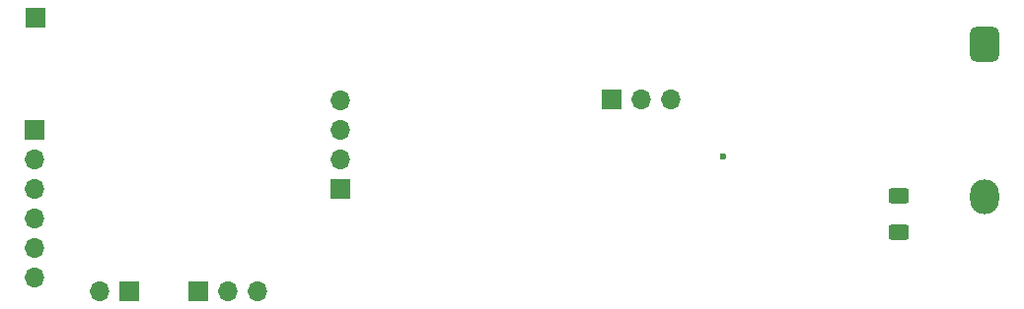
<source format=gbr>
%TF.GenerationSoftware,KiCad,Pcbnew,7.0.11+dfsg-1build4*%
%TF.CreationDate,2025-01-19T09:07:44-05:00*%
%TF.ProjectId,ThermocoupleBoard,54686572-6d6f-4636-9f75-706c65426f61,rev?*%
%TF.SameCoordinates,Original*%
%TF.FileFunction,Soldermask,Bot*%
%TF.FilePolarity,Negative*%
%FSLAX46Y46*%
G04 Gerber Fmt 4.6, Leading zero omitted, Abs format (unit mm)*
G04 Created by KiCad (PCBNEW 7.0.11+dfsg-1build4) date 2025-01-19 09:07:44*
%MOMM*%
%LPD*%
G01*
G04 APERTURE LIST*
G04 Aperture macros list*
%AMRoundRect*
0 Rectangle with rounded corners*
0 $1 Rounding radius*
0 $2 $3 $4 $5 $6 $7 $8 $9 X,Y pos of 4 corners*
0 Add a 4 corners polygon primitive as box body*
4,1,4,$2,$3,$4,$5,$6,$7,$8,$9,$2,$3,0*
0 Add four circle primitives for the rounded corners*
1,1,$1+$1,$2,$3*
1,1,$1+$1,$4,$5*
1,1,$1+$1,$6,$7*
1,1,$1+$1,$8,$9*
0 Add four rect primitives between the rounded corners*
20,1,$1+$1,$2,$3,$4,$5,0*
20,1,$1+$1,$4,$5,$6,$7,0*
20,1,$1+$1,$6,$7,$8,$9,0*
20,1,$1+$1,$8,$9,$2,$3,0*%
G04 Aperture macros list end*
%ADD10R,1.700000X1.700000*%
%ADD11O,1.700000X1.700000*%
%ADD12RoundRect,0.500000X0.750000X-1.000000X0.750000X1.000000X-0.750000X1.000000X-0.750000X-1.000000X0*%
%ADD13O,2.500000X3.000000*%
%ADD14C,0.600000*%
%ADD15RoundRect,0.250000X-0.625000X0.400000X-0.625000X-0.400000X0.625000X-0.400000X0.625000X0.400000X0*%
G04 APERTURE END LIST*
D10*
%TO.C,J6*%
X126158000Y-94903000D03*
D11*
X128698000Y-94903000D03*
X131238000Y-94903000D03*
%TD*%
D10*
%TO.C,J1*%
X76677000Y-87862000D03*
%TD*%
D12*
%TO.C,TC1*%
X158174000Y-90220000D03*
D13*
X158174000Y-103320000D03*
%TD*%
D14*
%TO.C,U8*%
X135702000Y-99837000D03*
%TD*%
D10*
%TO.C,J5*%
X102839000Y-102663000D03*
D11*
X102839000Y-100123000D03*
X102839000Y-97583000D03*
X102839000Y-95043000D03*
%TD*%
D10*
%TO.C,J2*%
X76599000Y-97583000D03*
D11*
X76599000Y-100123000D03*
X76599000Y-102663000D03*
X76599000Y-105203000D03*
X76599000Y-107743000D03*
X76599000Y-110283000D03*
%TD*%
D10*
%TO.C,J3*%
X84785000Y-111474000D03*
D11*
X82245000Y-111474000D03*
%TD*%
D10*
%TO.C,J4*%
X90671000Y-111473000D03*
D11*
X93211000Y-111473000D03*
X95751000Y-111473000D03*
%TD*%
D15*
%TO.C,R19*%
X150749000Y-103225000D03*
X150749000Y-106325000D03*
%TD*%
M02*

</source>
